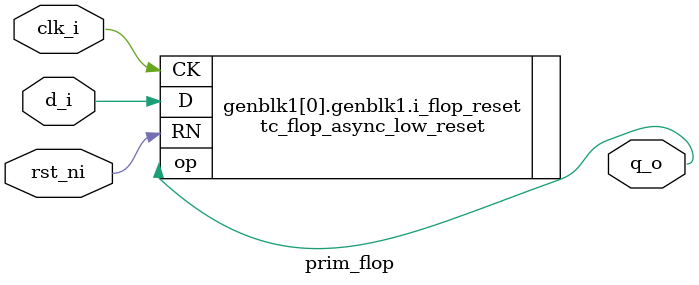
<source format=sv>

`include "prim_assert.sv"

module prim_flop #(
  parameter int               Width      = 1,
  parameter logic [Width-1:0] ResetValue = 0
) (
  input                    clk_i,
  input                    rst_ni,
  input        [Width-1:0] d_i,
  output logic [Width-1:0] q_o
);

  // always_ff @(posedge clk_i or negedge rst_ni) begin
  //   if (!rst_ni) begin
  //     q_o <= ResetValue;
  //   end else begin
  //     q_o <= d_i;
  //   end
  // end

  // Replacing with tech specific cell reference
  for (genvar i=0; i<Width; i++) begin
    if (ResetValue[i] == 1'b0) begin
      tc_flop_async_low_reset i_flop_reset (
        .CK (clk_i ),
        .D  (d_i[i]),
        .RN (rst_ni),
        .op (q_o[i])
      );
    end else begin
      tc_flop_async_low_set i_flop_set (
        .CK (clk_i ),
        .D  (d_i[i]),
        .RN (rst_ni),
        .op (q_o[i])
      );
    end
  end

endmodule

</source>
